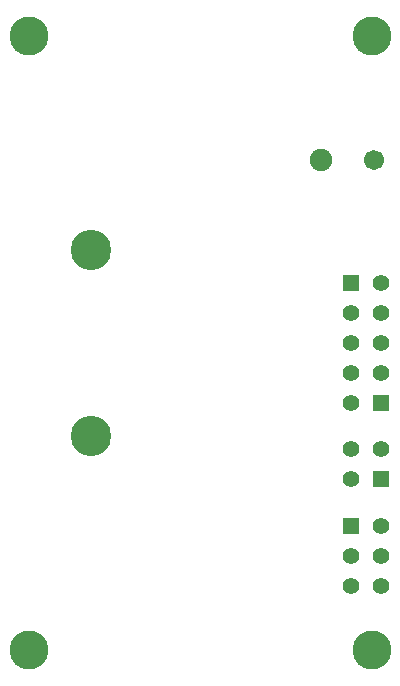
<source format=gbs>
G75*
G70*
%OFA0B0*%
%FSLAX24Y24*%
%IPPOS*%
%LPD*%
%AMOC8*
5,1,8,0,0,1.08239X$1,22.5*
%
%ADD10C,0.1346*%
%ADD11C,0.0749*%
%ADD12C,0.0670*%
%ADD13R,0.0555X0.0555*%
%ADD14C,0.0555*%
%ADD15C,0.1300*%
D10*
X005859Y013115D03*
X005859Y019296D03*
D11*
X013526Y022308D03*
D12*
X015298Y022308D03*
D13*
X014513Y018205D03*
X015513Y014205D03*
X015513Y011670D03*
X014513Y010119D03*
D14*
X014513Y009119D03*
X014513Y008119D03*
X015513Y008119D03*
X015513Y009119D03*
X015513Y010119D03*
X014513Y011670D03*
X014513Y012670D03*
X015513Y012670D03*
X014513Y014205D03*
X014513Y015205D03*
X014513Y016205D03*
X014513Y017205D03*
X015513Y017205D03*
X015513Y016205D03*
X015513Y015205D03*
X015513Y018205D03*
D15*
X003792Y005969D03*
X015209Y005969D03*
X015209Y026442D03*
X003792Y026442D03*
M02*

</source>
